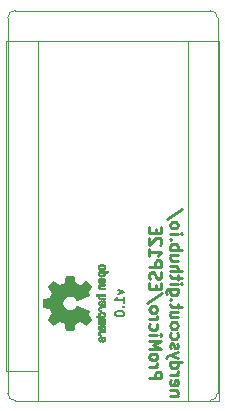
<source format=gbr>
%TF.GenerationSoftware,KiCad,Pcbnew,5.1.5+dfsg1-2~bpo10+1*%
%TF.CreationDate,Date%
%TF.ProjectId,ProMicro_ESP12E,50726f4d-6963-4726-9f5f-455350313245,v1.0*%
%TF.SameCoordinates,Original*%
%TF.FileFunction,Legend,Bot*%
%TF.FilePolarity,Positive*%
%FSLAX45Y45*%
G04 Gerber Fmt 4.5, Leading zero omitted, Abs format (unit mm)*
G04 Created by KiCad*
%MOMM*%
%LPD*%
G04 APERTURE LIST*
%ADD10C,0.200000*%
%ADD11C,0.250000*%
%ADD12C,0.100000*%
%ADD13C,0.010000*%
%ADD14C,0.120000*%
%ADD15O,1.600000X1.600000*%
%ADD16R,1.600000X1.600000*%
%ADD17O,1.700000X1.700000*%
%ADD18R,1.700000X1.700000*%
G04 APERTURE END LIST*
D10*
X808357Y812786D02*
X861690Y793738D01*
X808357Y774690D01*
X861690Y702310D02*
X861690Y748024D01*
X861690Y725167D02*
X781690Y725167D01*
X793119Y732786D01*
X800738Y740405D01*
X804548Y748024D01*
X854071Y668024D02*
X857881Y664214D01*
X861690Y668024D01*
X857881Y671833D01*
X854071Y668024D01*
X861690Y668024D01*
X781690Y614691D02*
X781690Y607072D01*
X785500Y599452D01*
X789309Y595643D01*
X796928Y591833D01*
X812167Y588024D01*
X831214Y588024D01*
X846452Y591833D01*
X854071Y595643D01*
X857881Y599452D01*
X861690Y607072D01*
X861690Y614691D01*
X857881Y622310D01*
X854071Y626119D01*
X846452Y629929D01*
X831214Y633738D01*
X812167Y633738D01*
X796928Y629929D01*
X789309Y626119D01*
X785500Y622310D01*
X781690Y614691D01*
D11*
X1315429Y-84833D02*
X1248762Y-84833D01*
X1305905Y-84833D02*
X1310667Y-80071D01*
X1315429Y-70548D01*
X1315429Y-56262D01*
X1310667Y-46738D01*
X1301143Y-41976D01*
X1248762Y-41976D01*
X1253524Y43738D02*
X1248762Y34214D01*
X1248762Y15167D01*
X1253524Y5643D01*
X1263048Y881D01*
X1301143Y881D01*
X1310667Y5643D01*
X1315429Y15167D01*
X1315429Y34214D01*
X1310667Y43738D01*
X1301143Y48500D01*
X1291619Y48500D01*
X1282095Y881D01*
X1248762Y91357D02*
X1315429Y91357D01*
X1296381Y91357D02*
X1305905Y96119D01*
X1310667Y100881D01*
X1315429Y110405D01*
X1315429Y119929D01*
X1248762Y196119D02*
X1348762Y196119D01*
X1253524Y196119D02*
X1248762Y186595D01*
X1248762Y167548D01*
X1253524Y158024D01*
X1258286Y153262D01*
X1267810Y148500D01*
X1296381Y148500D01*
X1305905Y153262D01*
X1310667Y158024D01*
X1315429Y167548D01*
X1315429Y186595D01*
X1310667Y196119D01*
X1315429Y234214D02*
X1248762Y258024D01*
X1315429Y281833D02*
X1248762Y258024D01*
X1224952Y248500D01*
X1220190Y243738D01*
X1215429Y234214D01*
X1253524Y315167D02*
X1248762Y324691D01*
X1248762Y343738D01*
X1253524Y353262D01*
X1263048Y358024D01*
X1267810Y358024D01*
X1277333Y353262D01*
X1282095Y343738D01*
X1282095Y329452D01*
X1286857Y319929D01*
X1296381Y315167D01*
X1301143Y315167D01*
X1310667Y319929D01*
X1315429Y329452D01*
X1315429Y343738D01*
X1310667Y353262D01*
X1253524Y443738D02*
X1248762Y434214D01*
X1248762Y415167D01*
X1253524Y405643D01*
X1258286Y400881D01*
X1267810Y396119D01*
X1296381Y396119D01*
X1305905Y400881D01*
X1310667Y405643D01*
X1315429Y415167D01*
X1315429Y434214D01*
X1310667Y443738D01*
X1248762Y500881D02*
X1253524Y491357D01*
X1258286Y486595D01*
X1267810Y481833D01*
X1296381Y481833D01*
X1305905Y486595D01*
X1310667Y491357D01*
X1315429Y500881D01*
X1315429Y515167D01*
X1310667Y524691D01*
X1305905Y529452D01*
X1296381Y534214D01*
X1267810Y534214D01*
X1258286Y529452D01*
X1253524Y524691D01*
X1248762Y515167D01*
X1248762Y500881D01*
X1315429Y619929D02*
X1248762Y619929D01*
X1315429Y577072D02*
X1263048Y577072D01*
X1253524Y581833D01*
X1248762Y591357D01*
X1248762Y605643D01*
X1253524Y615167D01*
X1258286Y619929D01*
X1315429Y653262D02*
X1315429Y691357D01*
X1348762Y667548D02*
X1263048Y667548D01*
X1253524Y672310D01*
X1248762Y681833D01*
X1248762Y691357D01*
X1258286Y724690D02*
X1253524Y729452D01*
X1248762Y724690D01*
X1253524Y719929D01*
X1258286Y724690D01*
X1248762Y724690D01*
X1315429Y815167D02*
X1234476Y815167D01*
X1224952Y810405D01*
X1220190Y805643D01*
X1215429Y796119D01*
X1215429Y781833D01*
X1220190Y772310D01*
X1253524Y815167D02*
X1248762Y805643D01*
X1248762Y786595D01*
X1253524Y777071D01*
X1258286Y772310D01*
X1267810Y767548D01*
X1296381Y767548D01*
X1305905Y772310D01*
X1310667Y777071D01*
X1315429Y786595D01*
X1315429Y805643D01*
X1310667Y815167D01*
X1248762Y862786D02*
X1315429Y862786D01*
X1348762Y862786D02*
X1344000Y858024D01*
X1339238Y862786D01*
X1344000Y867548D01*
X1348762Y862786D01*
X1339238Y862786D01*
X1315429Y896119D02*
X1315429Y934214D01*
X1348762Y910405D02*
X1263048Y910405D01*
X1253524Y915167D01*
X1248762Y924690D01*
X1248762Y934214D01*
X1248762Y967548D02*
X1348762Y967548D01*
X1248762Y1010405D02*
X1301143Y1010405D01*
X1310667Y1005643D01*
X1315429Y996119D01*
X1315429Y981833D01*
X1310667Y972310D01*
X1305905Y967548D01*
X1315429Y1100881D02*
X1248762Y1100881D01*
X1315429Y1058024D02*
X1263048Y1058024D01*
X1253524Y1062786D01*
X1248762Y1072310D01*
X1248762Y1086595D01*
X1253524Y1096119D01*
X1258286Y1100881D01*
X1248762Y1148500D02*
X1348762Y1148500D01*
X1310667Y1148500D02*
X1315429Y1158024D01*
X1315429Y1177072D01*
X1310667Y1186595D01*
X1305905Y1191357D01*
X1296381Y1196119D01*
X1267810Y1196119D01*
X1258286Y1191357D01*
X1253524Y1186595D01*
X1248762Y1177072D01*
X1248762Y1158024D01*
X1253524Y1148500D01*
X1258286Y1238976D02*
X1253524Y1243738D01*
X1248762Y1238976D01*
X1253524Y1234214D01*
X1258286Y1238976D01*
X1248762Y1238976D01*
X1248762Y1286595D02*
X1315429Y1286595D01*
X1348762Y1286595D02*
X1344000Y1281833D01*
X1339238Y1286595D01*
X1344000Y1291357D01*
X1348762Y1286595D01*
X1339238Y1286595D01*
X1248762Y1348500D02*
X1253524Y1338976D01*
X1258286Y1334214D01*
X1267810Y1329452D01*
X1296381Y1329452D01*
X1305905Y1334214D01*
X1310667Y1338976D01*
X1315429Y1348500D01*
X1315429Y1362786D01*
X1310667Y1372310D01*
X1305905Y1377072D01*
X1296381Y1381833D01*
X1267810Y1381833D01*
X1258286Y1377072D01*
X1253524Y1372310D01*
X1248762Y1362786D01*
X1248762Y1348500D01*
X1353524Y1496119D02*
X1224952Y1410405D01*
X1073762Y60405D02*
X1173762Y60405D01*
X1173762Y98500D01*
X1169000Y108024D01*
X1164238Y112786D01*
X1154714Y117548D01*
X1140429Y117548D01*
X1130905Y112786D01*
X1126143Y108024D01*
X1121381Y98500D01*
X1121381Y60405D01*
X1073762Y160405D02*
X1140429Y160405D01*
X1121381Y160405D02*
X1130905Y165167D01*
X1135667Y169929D01*
X1140429Y179452D01*
X1140429Y188976D01*
X1073762Y236595D02*
X1078524Y227071D01*
X1083286Y222310D01*
X1092810Y217548D01*
X1121381Y217548D01*
X1130905Y222310D01*
X1135667Y227071D01*
X1140429Y236595D01*
X1140429Y250881D01*
X1135667Y260405D01*
X1130905Y265167D01*
X1121381Y269929D01*
X1092810Y269929D01*
X1083286Y265167D01*
X1078524Y260405D01*
X1073762Y250881D01*
X1073762Y236595D01*
X1073762Y312786D02*
X1173762Y312786D01*
X1102333Y346119D01*
X1173762Y379452D01*
X1073762Y379452D01*
X1073762Y427071D02*
X1140429Y427071D01*
X1173762Y427071D02*
X1169000Y422310D01*
X1164238Y427071D01*
X1169000Y431833D01*
X1173762Y427071D01*
X1164238Y427071D01*
X1078524Y517548D02*
X1073762Y508024D01*
X1073762Y488976D01*
X1078524Y479452D01*
X1083286Y474690D01*
X1092810Y469929D01*
X1121381Y469929D01*
X1130905Y474690D01*
X1135667Y479452D01*
X1140429Y488976D01*
X1140429Y508024D01*
X1135667Y517548D01*
X1073762Y560405D02*
X1140429Y560405D01*
X1121381Y560405D02*
X1130905Y565167D01*
X1135667Y569929D01*
X1140429Y579452D01*
X1140429Y588976D01*
X1073762Y636595D02*
X1078524Y627072D01*
X1083286Y622310D01*
X1092810Y617548D01*
X1121381Y617548D01*
X1130905Y622310D01*
X1135667Y627072D01*
X1140429Y636595D01*
X1140429Y650881D01*
X1135667Y660405D01*
X1130905Y665167D01*
X1121381Y669929D01*
X1092810Y669929D01*
X1083286Y665167D01*
X1078524Y660405D01*
X1073762Y650881D01*
X1073762Y636595D01*
X1178524Y784214D02*
X1049952Y698500D01*
X1126143Y817548D02*
X1126143Y850881D01*
X1073762Y865167D02*
X1073762Y817548D01*
X1173762Y817548D01*
X1173762Y865167D01*
X1078524Y903262D02*
X1073762Y917548D01*
X1073762Y941357D01*
X1078524Y950881D01*
X1083286Y955643D01*
X1092810Y960405D01*
X1102333Y960405D01*
X1111857Y955643D01*
X1116619Y950881D01*
X1121381Y941357D01*
X1126143Y922310D01*
X1130905Y912786D01*
X1135667Y908024D01*
X1145190Y903262D01*
X1154714Y903262D01*
X1164238Y908024D01*
X1169000Y912786D01*
X1173762Y922310D01*
X1173762Y946119D01*
X1169000Y960405D01*
X1073762Y1003262D02*
X1173762Y1003262D01*
X1173762Y1041357D01*
X1169000Y1050881D01*
X1164238Y1055643D01*
X1154714Y1060405D01*
X1140429Y1060405D01*
X1130905Y1055643D01*
X1126143Y1050881D01*
X1121381Y1041357D01*
X1121381Y1003262D01*
X1073762Y1155643D02*
X1073762Y1098500D01*
X1073762Y1127072D02*
X1173762Y1127072D01*
X1159476Y1117548D01*
X1149952Y1108024D01*
X1145190Y1098500D01*
X1164238Y1193738D02*
X1169000Y1198500D01*
X1173762Y1208024D01*
X1173762Y1231833D01*
X1169000Y1241357D01*
X1164238Y1246119D01*
X1154714Y1250881D01*
X1145190Y1250881D01*
X1130905Y1246119D01*
X1073762Y1188976D01*
X1073762Y1250881D01*
X1126143Y1293738D02*
X1126143Y1327072D01*
X1073762Y1341357D02*
X1073762Y1293738D01*
X1173762Y1293738D01*
X1173762Y1341357D01*
D12*
X-63500Y3175000D02*
G75*
G03X-127000Y3111500I0J-63500D01*
G01*
X1651000Y3111500D02*
G75*
G03X1587500Y3175000I-63500J0D01*
G01*
X1587500Y-127000D02*
G75*
G03X1651000Y-63500I0J63500D01*
G01*
X-127000Y-63500D02*
G75*
G03X-63500Y-127000I63500J0D01*
G01*
X-127000Y3111500D02*
X-127000Y-63500D01*
X1587500Y3175000D02*
X-63500Y3175000D01*
X1651000Y-63500D02*
X1651000Y3111500D01*
X-63500Y-127000D02*
X1587500Y-127000D01*
D13*
G36*
X168735Y688109D02*
G01*
X168778Y680255D01*
X168894Y674570D01*
X169121Y670690D01*
X169494Y668246D01*
X170051Y666874D01*
X170827Y666206D01*
X171861Y665876D01*
X171994Y665844D01*
X174408Y665344D01*
X179170Y664417D01*
X185774Y663161D01*
X193713Y661671D01*
X202480Y660045D01*
X202787Y659988D01*
X211379Y658359D01*
X218970Y656835D01*
X225104Y655514D01*
X229328Y654495D01*
X231185Y653875D01*
X231218Y653846D01*
X232125Y652021D01*
X233637Y648260D01*
X235426Y643373D01*
X235436Y643346D01*
X237749Y637191D01*
X240696Y629934D01*
X243660Y623094D01*
X243806Y622771D01*
X248863Y611630D01*
X232016Y586960D01*
X226880Y579392D01*
X222289Y572537D01*
X218503Y566791D01*
X215784Y562552D01*
X214392Y560218D01*
X214289Y559996D01*
X214748Y558299D01*
X216965Y555130D01*
X221045Y550365D01*
X227090Y543880D01*
X233523Y537260D01*
X239861Y530879D01*
X245645Y525167D01*
X250517Y520469D01*
X254121Y517130D01*
X256098Y515491D01*
X256200Y515431D01*
X257557Y515249D01*
X259773Y515932D01*
X263148Y517646D01*
X267980Y520561D01*
X274569Y524845D01*
X283052Y530555D01*
X290518Y535623D01*
X297214Y540154D01*
X302752Y543885D01*
X306742Y546555D01*
X308796Y547902D01*
X308936Y547986D01*
X310904Y547822D01*
X314729Y546576D01*
X319689Y544495D01*
X321273Y543754D01*
X328329Y540519D01*
X336335Y537067D01*
X343263Y534264D01*
X348405Y532243D01*
X352312Y530639D01*
X354354Y529711D01*
X354511Y529596D01*
X354772Y527890D01*
X355486Y523870D01*
X356552Y518070D01*
X357868Y511024D01*
X359333Y503266D01*
X360845Y495333D01*
X362302Y487757D01*
X363602Y481074D01*
X364644Y475817D01*
X365327Y472522D01*
X365520Y471714D01*
X365996Y470879D01*
X367072Y470249D01*
X369110Y469795D01*
X372473Y469490D01*
X377525Y469303D01*
X384629Y469208D01*
X394148Y469176D01*
X398049Y469174D01*
X429780Y469174D01*
X431284Y476794D01*
X432099Y481034D01*
X433290Y487360D01*
X434712Y495004D01*
X436221Y503196D01*
X436635Y505460D01*
X438105Y513019D01*
X439550Y519605D01*
X440837Y524663D01*
X441832Y527643D01*
X442129Y528139D01*
X444228Y529357D01*
X448297Y531105D01*
X453532Y533042D01*
X454660Y533427D01*
X461652Y535966D01*
X469542Y539118D01*
X476627Y542203D01*
X476659Y542218D01*
X487773Y547355D01*
X512625Y530460D01*
X537477Y513565D01*
X559206Y535257D01*
X565673Y541818D01*
X571373Y547802D01*
X576003Y552873D01*
X579258Y556695D01*
X580834Y558933D01*
X580934Y559253D01*
X580147Y561137D01*
X577958Y564982D01*
X574627Y570367D01*
X570413Y576872D01*
X565694Y583906D01*
X560881Y591045D01*
X556693Y597409D01*
X553387Y602596D01*
X551222Y606201D01*
X550454Y607813D01*
X551104Y609781D01*
X552815Y613513D01*
X555233Y618238D01*
X555501Y618739D01*
X558693Y625102D01*
X560258Y629466D01*
X560275Y632180D01*
X558820Y633594D01*
X558800Y633603D01*
X557078Y634310D01*
X552990Y635996D01*
X546853Y638531D01*
X538982Y641783D01*
X529695Y645622D01*
X519307Y649918D01*
X509250Y654078D01*
X498152Y658650D01*
X487870Y662847D01*
X478721Y666545D01*
X471020Y669617D01*
X465081Y671938D01*
X461221Y673381D01*
X459780Y673826D01*
X458127Y672710D01*
X455493Y669793D01*
X452589Y665903D01*
X443404Y654824D01*
X432876Y646165D01*
X421227Y640028D01*
X408678Y636519D01*
X395451Y635739D01*
X389346Y636306D01*
X376679Y639392D01*
X365494Y644708D01*
X355900Y651923D01*
X348008Y660708D01*
X341927Y670734D01*
X337769Y681669D01*
X335643Y693185D01*
X335660Y704952D01*
X337930Y716641D01*
X342564Y727921D01*
X349671Y738463D01*
X353691Y742863D01*
X364013Y751302D01*
X375292Y757178D01*
X387201Y760530D01*
X399409Y761396D01*
X411589Y759818D01*
X423412Y755832D01*
X434547Y749479D01*
X444668Y740798D01*
X452589Y731097D01*
X455616Y727056D01*
X458222Y724202D01*
X459782Y723174D01*
X461484Y723712D01*
X465550Y725242D01*
X471664Y727639D01*
X479512Y730776D01*
X488778Y734527D01*
X499147Y738767D01*
X509253Y742934D01*
X520361Y747531D01*
X530654Y751789D01*
X539817Y755578D01*
X547532Y758766D01*
X553483Y761223D01*
X557354Y762818D01*
X558800Y763409D01*
X560269Y764805D01*
X560264Y767506D01*
X558710Y771859D01*
X555528Y778211D01*
X555501Y778261D01*
X553032Y783044D01*
X551234Y786910D01*
X550461Y789090D01*
X550454Y789187D01*
X551238Y790828D01*
X553417Y794451D01*
X556733Y799653D01*
X560929Y806027D01*
X565694Y813094D01*
X570519Y820288D01*
X574715Y826773D01*
X578023Y832126D01*
X580182Y835930D01*
X580934Y837747D01*
X579946Y839419D01*
X577183Y842782D01*
X572950Y847499D01*
X567551Y853234D01*
X561290Y859652D01*
X559198Y861750D01*
X537462Y883450D01*
X513222Y866933D01*
X505778Y861914D01*
X499097Y857508D01*
X493566Y853964D01*
X489573Y851528D01*
X487504Y850448D01*
X487356Y850416D01*
X485406Y850986D01*
X481482Y852517D01*
X476243Y854746D01*
X472735Y856311D01*
X466020Y859236D01*
X459236Y861991D01*
X453503Y864126D01*
X451757Y864706D01*
X447094Y866355D01*
X443490Y867966D01*
X442129Y868851D01*
X441295Y870804D01*
X440114Y875067D01*
X438718Y881085D01*
X437242Y888308D01*
X436635Y891540D01*
X435127Y899748D01*
X433667Y907620D01*
X432398Y914389D01*
X431464Y919284D01*
X431284Y920206D01*
X429780Y927826D01*
X398049Y927826D01*
X387615Y927809D01*
X379721Y927738D01*
X374004Y927587D01*
X370100Y927325D01*
X367646Y926925D01*
X366280Y926359D01*
X365639Y925598D01*
X365520Y925286D01*
X365098Y923402D01*
X364256Y919241D01*
X363096Y913337D01*
X361719Y906224D01*
X360228Y898437D01*
X358723Y890511D01*
X357307Y882980D01*
X356081Y876379D01*
X355146Y871241D01*
X354605Y868102D01*
X354511Y867404D01*
X353260Y866771D01*
X349925Y865371D01*
X345138Y863464D01*
X343263Y862737D01*
X336020Y859800D01*
X328017Y856343D01*
X321273Y853246D01*
X316116Y850968D01*
X311879Y849452D01*
X309283Y848946D01*
X308936Y849026D01*
X307294Y850096D01*
X303642Y852538D01*
X298369Y856090D01*
X291864Y860491D01*
X284515Y865478D01*
X283065Y866464D01*
X274470Y872251D01*
X267926Y876504D01*
X263130Y879395D01*
X259782Y881091D01*
X257579Y881763D01*
X256222Y881581D01*
X256213Y881576D01*
X254430Y880141D01*
X250982Y876968D01*
X246227Y872399D01*
X240522Y866780D01*
X234225Y860453D01*
X233523Y859740D01*
X225802Y851767D01*
X220133Y845614D01*
X216411Y841158D01*
X214531Y838274D01*
X214289Y837004D01*
X215347Y835151D01*
X217792Y831304D01*
X221361Y825861D01*
X225795Y819220D01*
X230831Y811777D01*
X232016Y810040D01*
X248863Y785370D01*
X243806Y774229D01*
X240859Y767454D01*
X237896Y760182D01*
X235533Y753930D01*
X235436Y753654D01*
X233646Y748764D01*
X232132Y744994D01*
X231221Y743157D01*
X231218Y743154D01*
X229572Y742571D01*
X225522Y741581D01*
X219524Y740280D01*
X212034Y738769D01*
X203506Y737145D01*
X202787Y737012D01*
X194001Y735382D01*
X186026Y733887D01*
X179368Y732621D01*
X174535Y731681D01*
X172033Y731165D01*
X171994Y731156D01*
X170930Y730841D01*
X170126Y730230D01*
X169547Y728955D01*
X169155Y726650D01*
X168914Y722949D01*
X168787Y717486D01*
X168737Y709893D01*
X168729Y699806D01*
X168729Y698500D01*
X168735Y688109D01*
G37*
X168735Y688109D02*
X168778Y680255D01*
X168894Y674570D01*
X169121Y670690D01*
X169494Y668246D01*
X170051Y666874D01*
X170827Y666206D01*
X171861Y665876D01*
X171994Y665844D01*
X174408Y665344D01*
X179170Y664417D01*
X185774Y663161D01*
X193713Y661671D01*
X202480Y660045D01*
X202787Y659988D01*
X211379Y658359D01*
X218970Y656835D01*
X225104Y655514D01*
X229328Y654495D01*
X231185Y653875D01*
X231218Y653846D01*
X232125Y652021D01*
X233637Y648260D01*
X235426Y643373D01*
X235436Y643346D01*
X237749Y637191D01*
X240696Y629934D01*
X243660Y623094D01*
X243806Y622771D01*
X248863Y611630D01*
X232016Y586960D01*
X226880Y579392D01*
X222289Y572537D01*
X218503Y566791D01*
X215784Y562552D01*
X214392Y560218D01*
X214289Y559996D01*
X214748Y558299D01*
X216965Y555130D01*
X221045Y550365D01*
X227090Y543880D01*
X233523Y537260D01*
X239861Y530879D01*
X245645Y525167D01*
X250517Y520469D01*
X254121Y517130D01*
X256098Y515491D01*
X256200Y515431D01*
X257557Y515249D01*
X259773Y515932D01*
X263148Y517646D01*
X267980Y520561D01*
X274569Y524845D01*
X283052Y530555D01*
X290518Y535623D01*
X297214Y540154D01*
X302752Y543885D01*
X306742Y546555D01*
X308796Y547902D01*
X308936Y547986D01*
X310904Y547822D01*
X314729Y546576D01*
X319689Y544495D01*
X321273Y543754D01*
X328329Y540519D01*
X336335Y537067D01*
X343263Y534264D01*
X348405Y532243D01*
X352312Y530639D01*
X354354Y529711D01*
X354511Y529596D01*
X354772Y527890D01*
X355486Y523870D01*
X356552Y518070D01*
X357868Y511024D01*
X359333Y503266D01*
X360845Y495333D01*
X362302Y487757D01*
X363602Y481074D01*
X364644Y475817D01*
X365327Y472522D01*
X365520Y471714D01*
X365996Y470879D01*
X367072Y470249D01*
X369110Y469795D01*
X372473Y469490D01*
X377525Y469303D01*
X384629Y469208D01*
X394148Y469176D01*
X398049Y469174D01*
X429780Y469174D01*
X431284Y476794D01*
X432099Y481034D01*
X433290Y487360D01*
X434712Y495004D01*
X436221Y503196D01*
X436635Y505460D01*
X438105Y513019D01*
X439550Y519605D01*
X440837Y524663D01*
X441832Y527643D01*
X442129Y528139D01*
X444228Y529357D01*
X448297Y531105D01*
X453532Y533042D01*
X454660Y533427D01*
X461652Y535966D01*
X469542Y539118D01*
X476627Y542203D01*
X476659Y542218D01*
X487773Y547355D01*
X512625Y530460D01*
X537477Y513565D01*
X559206Y535257D01*
X565673Y541818D01*
X571373Y547802D01*
X576003Y552873D01*
X579258Y556695D01*
X580834Y558933D01*
X580934Y559253D01*
X580147Y561137D01*
X577958Y564982D01*
X574627Y570367D01*
X570413Y576872D01*
X565694Y583906D01*
X560881Y591045D01*
X556693Y597409D01*
X553387Y602596D01*
X551222Y606201D01*
X550454Y607813D01*
X551104Y609781D01*
X552815Y613513D01*
X555233Y618238D01*
X555501Y618739D01*
X558693Y625102D01*
X560258Y629466D01*
X560275Y632180D01*
X558820Y633594D01*
X558800Y633603D01*
X557078Y634310D01*
X552990Y635996D01*
X546853Y638531D01*
X538982Y641783D01*
X529695Y645622D01*
X519307Y649918D01*
X509250Y654078D01*
X498152Y658650D01*
X487870Y662847D01*
X478721Y666545D01*
X471020Y669617D01*
X465081Y671938D01*
X461221Y673381D01*
X459780Y673826D01*
X458127Y672710D01*
X455493Y669793D01*
X452589Y665903D01*
X443404Y654824D01*
X432876Y646165D01*
X421227Y640028D01*
X408678Y636519D01*
X395451Y635739D01*
X389346Y636306D01*
X376679Y639392D01*
X365494Y644708D01*
X355900Y651923D01*
X348008Y660708D01*
X341927Y670734D01*
X337769Y681669D01*
X335643Y693185D01*
X335660Y704952D01*
X337930Y716641D01*
X342564Y727921D01*
X349671Y738463D01*
X353691Y742863D01*
X364013Y751302D01*
X375292Y757178D01*
X387201Y760530D01*
X399409Y761396D01*
X411589Y759818D01*
X423412Y755832D01*
X434547Y749479D01*
X444668Y740798D01*
X452589Y731097D01*
X455616Y727056D01*
X458222Y724202D01*
X459782Y723174D01*
X461484Y723712D01*
X465550Y725242D01*
X471664Y727639D01*
X479512Y730776D01*
X488778Y734527D01*
X499147Y738767D01*
X509253Y742934D01*
X520361Y747531D01*
X530654Y751789D01*
X539817Y755578D01*
X547532Y758766D01*
X553483Y761223D01*
X557354Y762818D01*
X558800Y763409D01*
X560269Y764805D01*
X560264Y767506D01*
X558710Y771859D01*
X555528Y778211D01*
X555501Y778261D01*
X553032Y783044D01*
X551234Y786910D01*
X550461Y789090D01*
X550454Y789187D01*
X551238Y790828D01*
X553417Y794451D01*
X556733Y799653D01*
X560929Y806027D01*
X565694Y813094D01*
X570519Y820288D01*
X574715Y826773D01*
X578023Y832126D01*
X580182Y835930D01*
X580934Y837747D01*
X579946Y839419D01*
X577183Y842782D01*
X572950Y847499D01*
X567551Y853234D01*
X561290Y859652D01*
X559198Y861750D01*
X537462Y883450D01*
X513222Y866933D01*
X505778Y861914D01*
X499097Y857508D01*
X493566Y853964D01*
X489573Y851528D01*
X487504Y850448D01*
X487356Y850416D01*
X485406Y850986D01*
X481482Y852517D01*
X476243Y854746D01*
X472735Y856311D01*
X466020Y859236D01*
X459236Y861991D01*
X453503Y864126D01*
X451757Y864706D01*
X447094Y866355D01*
X443490Y867966D01*
X442129Y868851D01*
X441295Y870804D01*
X440114Y875067D01*
X438718Y881085D01*
X437242Y888308D01*
X436635Y891540D01*
X435127Y899748D01*
X433667Y907620D01*
X432398Y914389D01*
X431464Y919284D01*
X431284Y920206D01*
X429780Y927826D01*
X398049Y927826D01*
X387615Y927809D01*
X379721Y927738D01*
X374004Y927587D01*
X370100Y927325D01*
X367646Y926925D01*
X366280Y926359D01*
X365639Y925598D01*
X365520Y925286D01*
X365098Y923402D01*
X364256Y919241D01*
X363096Y913337D01*
X361719Y906224D01*
X360228Y898437D01*
X358723Y890511D01*
X357307Y882980D01*
X356081Y876379D01*
X355146Y871241D01*
X354605Y868102D01*
X354511Y867404D01*
X353260Y866771D01*
X349925Y865371D01*
X345138Y863464D01*
X343263Y862737D01*
X336020Y859800D01*
X328017Y856343D01*
X321273Y853246D01*
X316116Y850968D01*
X311879Y849452D01*
X309283Y848946D01*
X308936Y849026D01*
X307294Y850096D01*
X303642Y852538D01*
X298369Y856090D01*
X291864Y860491D01*
X284515Y865478D01*
X283065Y866464D01*
X274470Y872251D01*
X267926Y876504D01*
X263130Y879395D01*
X259782Y881091D01*
X257579Y881763D01*
X256222Y881581D01*
X256213Y881576D01*
X254430Y880141D01*
X250982Y876968D01*
X246227Y872399D01*
X240522Y866780D01*
X234225Y860453D01*
X233523Y859740D01*
X225802Y851767D01*
X220133Y845614D01*
X216411Y841158D01*
X214531Y838274D01*
X214289Y837004D01*
X215347Y835151D01*
X217792Y831304D01*
X221361Y825861D01*
X225795Y819220D01*
X230831Y811777D01*
X232016Y810040D01*
X248863Y785370D01*
X243806Y774229D01*
X240859Y767454D01*
X237896Y760182D01*
X235533Y753930D01*
X235436Y753654D01*
X233646Y748764D01*
X232132Y744994D01*
X231221Y743157D01*
X231218Y743154D01*
X229572Y742571D01*
X225522Y741581D01*
X219524Y740280D01*
X212034Y738769D01*
X203506Y737145D01*
X202787Y737012D01*
X194001Y735382D01*
X186026Y733887D01*
X179368Y732621D01*
X174535Y731681D01*
X172033Y731165D01*
X171994Y731156D01*
X170930Y730841D01*
X170126Y730230D01*
X169547Y728955D01*
X169155Y726650D01*
X168914Y722949D01*
X168787Y717486D01*
X168737Y709893D01*
X168729Y699806D01*
X168729Y698500D01*
X168735Y688109D01*
G36*
X641197Y383140D02*
G01*
X644950Y377398D01*
X648310Y374628D01*
X654406Y372434D01*
X659231Y372259D01*
X665682Y372654D01*
X672193Y387531D01*
X675520Y394765D01*
X678196Y399492D01*
X680514Y401949D01*
X682767Y402376D01*
X685246Y401011D01*
X686889Y399506D01*
X689524Y395125D01*
X689708Y390361D01*
X687655Y385985D01*
X683575Y382771D01*
X682135Y382196D01*
X677636Y379442D01*
X675718Y376274D01*
X674078Y371929D01*
X680297Y371929D01*
X684528Y372313D01*
X688097Y373818D01*
X692194Y376972D01*
X692727Y377441D01*
X696372Y380949D01*
X698328Y383965D01*
X699228Y387738D01*
X699523Y390866D01*
X699596Y396461D01*
X698666Y400444D01*
X697285Y402929D01*
X694247Y406834D01*
X690961Y409537D01*
X686829Y411248D01*
X681252Y412176D01*
X673631Y412531D01*
X669762Y412559D01*
X665125Y412463D01*
X665125Y403699D01*
X667613Y403598D01*
X668020Y403344D01*
X667467Y401673D01*
X666002Y398075D01*
X663919Y393267D01*
X663471Y392261D01*
X660381Y386185D01*
X657666Y382837D01*
X655122Y382101D01*
X652548Y383861D01*
X651411Y385314D01*
X649136Y390559D01*
X649512Y395468D01*
X652288Y399577D01*
X657215Y402424D01*
X661126Y403337D01*
X665125Y403699D01*
X665125Y412463D01*
X660725Y412371D01*
X654038Y411680D01*
X649170Y410312D01*
X645585Y408090D01*
X642751Y404843D01*
X641836Y403427D01*
X639451Y396995D01*
X639301Y389953D01*
X641197Y383140D01*
G37*
X641197Y383140D02*
X644950Y377398D01*
X648310Y374628D01*
X654406Y372434D01*
X659231Y372259D01*
X665682Y372654D01*
X672193Y387531D01*
X675520Y394765D01*
X678196Y399492D01*
X680514Y401949D01*
X682767Y402376D01*
X685246Y401011D01*
X686889Y399506D01*
X689524Y395125D01*
X689708Y390361D01*
X687655Y385985D01*
X683575Y382771D01*
X682135Y382196D01*
X677636Y379442D01*
X675718Y376274D01*
X674078Y371929D01*
X680297Y371929D01*
X684528Y372313D01*
X688097Y373818D01*
X692194Y376972D01*
X692727Y377441D01*
X696372Y380949D01*
X698328Y383965D01*
X699228Y387738D01*
X699523Y390866D01*
X699596Y396461D01*
X698666Y400444D01*
X697285Y402929D01*
X694247Y406834D01*
X690961Y409537D01*
X686829Y411248D01*
X681252Y412176D01*
X673631Y412531D01*
X669762Y412559D01*
X665125Y412463D01*
X665125Y403699D01*
X667613Y403598D01*
X668020Y403344D01*
X667467Y401673D01*
X666002Y398075D01*
X663919Y393267D01*
X663471Y392261D01*
X660381Y386185D01*
X657666Y382837D01*
X655122Y382101D01*
X652548Y383861D01*
X651411Y385314D01*
X649136Y390559D01*
X649512Y395468D01*
X652288Y399577D01*
X657215Y402424D01*
X661126Y403337D01*
X665125Y403699D01*
X665125Y412463D01*
X660725Y412371D01*
X654038Y411680D01*
X649170Y410312D01*
X645585Y408090D01*
X642751Y404843D01*
X641836Y403427D01*
X639451Y396995D01*
X639301Y389953D01*
X641197Y383140D01*
G36*
X640375Y433240D02*
G01*
X641133Y431505D01*
X644413Y427364D01*
X649155Y423823D01*
X654215Y421634D01*
X656710Y421277D01*
X660193Y422472D01*
X662036Y425093D01*
X663152Y427904D01*
X663357Y429190D01*
X661865Y429817D01*
X658618Y431054D01*
X657150Y431597D01*
X652074Y434641D01*
X649543Y439048D01*
X649621Y444699D01*
X649720Y445117D01*
X651151Y448134D01*
X653939Y450352D01*
X658429Y451867D01*
X664962Y452775D01*
X673880Y453171D01*
X678626Y453209D01*
X686107Y453227D01*
X691207Y453348D01*
X694447Y453669D01*
X696350Y454289D01*
X697436Y455306D01*
X698227Y456818D01*
X698267Y456905D01*
X699498Y459817D01*
X699951Y461260D01*
X698581Y461481D01*
X694793Y461671D01*
X689072Y461815D01*
X681903Y461900D01*
X676657Y461917D01*
X666505Y461831D01*
X658803Y461493D01*
X653102Y460786D01*
X648953Y459591D01*
X645904Y457791D01*
X643508Y455267D01*
X641836Y452775D01*
X639610Y446783D01*
X639108Y439809D01*
X640375Y433240D01*
G37*
X640375Y433240D02*
X641133Y431505D01*
X644413Y427364D01*
X649155Y423823D01*
X654215Y421634D01*
X656710Y421277D01*
X660193Y422472D01*
X662036Y425093D01*
X663152Y427904D01*
X663357Y429190D01*
X661865Y429817D01*
X658618Y431054D01*
X657150Y431597D01*
X652074Y434641D01*
X649543Y439048D01*
X649621Y444699D01*
X649720Y445117D01*
X651151Y448134D01*
X653939Y450352D01*
X658429Y451867D01*
X664962Y452775D01*
X673880Y453171D01*
X678626Y453209D01*
X686107Y453227D01*
X691207Y453348D01*
X694447Y453669D01*
X696350Y454289D01*
X697436Y455306D01*
X698227Y456818D01*
X698267Y456905D01*
X699498Y459817D01*
X699951Y461260D01*
X698581Y461481D01*
X694793Y461671D01*
X689072Y461815D01*
X681903Y461900D01*
X676657Y461917D01*
X666505Y461831D01*
X658803Y461493D01*
X653102Y460786D01*
X648953Y459591D01*
X645904Y457791D01*
X643508Y455267D01*
X641836Y452775D01*
X639610Y446783D01*
X639108Y439809D01*
X640375Y433240D01*
G36*
X640134Y484012D02*
G01*
X642034Y479833D01*
X644338Y476553D01*
X646913Y474150D01*
X650236Y472490D01*
X654780Y471442D01*
X661021Y470873D01*
X669433Y470649D01*
X674972Y470626D01*
X696583Y470626D01*
X698267Y474323D01*
X699498Y477234D01*
X699951Y478677D01*
X698603Y478953D01*
X694965Y479172D01*
X689654Y479306D01*
X685437Y479334D01*
X679345Y479457D01*
X674512Y479786D01*
X671552Y480268D01*
X670923Y480650D01*
X671565Y483222D01*
X673213Y487258D01*
X675446Y491932D01*
X677846Y496415D01*
X679993Y499881D01*
X681469Y501500D01*
X681485Y501506D01*
X684215Y501367D01*
X686822Y500118D01*
X688939Y497926D01*
X689647Y494726D01*
X689565Y491991D01*
X689504Y488117D01*
X690412Y486084D01*
X692809Y484863D01*
X693261Y484709D01*
X696681Y484180D01*
X698757Y485595D01*
X699746Y489285D01*
X699929Y493271D01*
X698573Y500444D01*
X696636Y504157D01*
X692085Y508742D01*
X686498Y511174D01*
X680596Y511393D01*
X675095Y509337D01*
X671649Y506245D01*
X669719Y503158D01*
X667276Y498306D01*
X664799Y492651D01*
X664420Y491709D01*
X661679Y485498D01*
X659263Y481918D01*
X656862Y480766D01*
X654164Y481842D01*
X652054Y483689D01*
X649457Y488053D01*
X649262Y492855D01*
X651264Y497259D01*
X655255Y500429D01*
X656285Y500845D01*
X660072Y503267D01*
X662884Y506803D01*
X665192Y511266D01*
X658649Y511266D01*
X654651Y511003D01*
X651500Y509877D01*
X648138Y507380D01*
X645548Y504983D01*
X641882Y501256D01*
X639912Y498360D01*
X639122Y495249D01*
X638991Y491729D01*
X640134Y484012D01*
G37*
X640134Y484012D02*
X642034Y479833D01*
X644338Y476553D01*
X646913Y474150D01*
X650236Y472490D01*
X654780Y471442D01*
X661021Y470873D01*
X669433Y470649D01*
X674972Y470626D01*
X696583Y470626D01*
X698267Y474323D01*
X699498Y477234D01*
X699951Y478677D01*
X698603Y478953D01*
X694965Y479172D01*
X689654Y479306D01*
X685437Y479334D01*
X679345Y479457D01*
X674512Y479786D01*
X671552Y480268D01*
X670923Y480650D01*
X671565Y483222D01*
X673213Y487258D01*
X675446Y491932D01*
X677846Y496415D01*
X679993Y499881D01*
X681469Y501500D01*
X681485Y501506D01*
X684215Y501367D01*
X686822Y500118D01*
X688939Y497926D01*
X689647Y494726D01*
X689565Y491991D01*
X689504Y488117D01*
X690412Y486084D01*
X692809Y484863D01*
X693261Y484709D01*
X696681Y484180D01*
X698757Y485595D01*
X699746Y489285D01*
X699929Y493271D01*
X698573Y500444D01*
X696636Y504157D01*
X692085Y508742D01*
X686498Y511174D01*
X680596Y511393D01*
X675095Y509337D01*
X671649Y506245D01*
X669719Y503158D01*
X667276Y498306D01*
X664799Y492651D01*
X664420Y491709D01*
X661679Y485498D01*
X659263Y481918D01*
X656862Y480766D01*
X654164Y481842D01*
X652054Y483689D01*
X649457Y488053D01*
X649262Y492855D01*
X651264Y497259D01*
X655255Y500429D01*
X656285Y500845D01*
X660072Y503267D01*
X662884Y506803D01*
X665192Y511266D01*
X658649Y511266D01*
X654651Y511003D01*
X651500Y509877D01*
X648138Y507380D01*
X645548Y504983D01*
X641882Y501256D01*
X639912Y498360D01*
X639122Y495249D01*
X638991Y491729D01*
X640134Y484012D01*
G36*
X640366Y520517D02*
G01*
X644185Y520295D01*
X649989Y520122D01*
X657318Y520010D01*
X665006Y519974D01*
X691020Y519974D01*
X695613Y524567D01*
X698443Y527733D01*
X699589Y530511D01*
X699517Y534309D01*
X699332Y535816D01*
X698795Y540527D01*
X698487Y544424D01*
X698459Y545374D01*
X698645Y548577D01*
X699111Y553157D01*
X699332Y554933D01*
X699673Y559294D01*
X698932Y562226D01*
X696643Y565132D01*
X695613Y566181D01*
X691020Y570774D01*
X642360Y570774D01*
X640676Y567077D01*
X639428Y563894D01*
X638991Y562032D01*
X640372Y561554D01*
X644229Y561108D01*
X650136Y560723D01*
X657666Y560428D01*
X664029Y560286D01*
X689066Y559889D01*
X689556Y556424D01*
X689213Y553273D01*
X688104Y551729D01*
X686031Y551298D01*
X681615Y550929D01*
X675415Y550653D01*
X667991Y550499D01*
X664171Y550477D01*
X642178Y550454D01*
X640585Y545883D01*
X639502Y542648D01*
X638996Y540889D01*
X638991Y540838D01*
X640365Y540661D01*
X644173Y540467D01*
X649948Y540272D01*
X657223Y540092D01*
X664029Y539966D01*
X689066Y539569D01*
X689066Y530860D01*
X666224Y530460D01*
X643382Y530061D01*
X641187Y525815D01*
X639679Y522681D01*
X638995Y520826D01*
X638991Y520772D01*
X640366Y520517D01*
G37*
X640366Y520517D02*
X644185Y520295D01*
X649989Y520122D01*
X657318Y520010D01*
X665006Y519974D01*
X691020Y519974D01*
X695613Y524567D01*
X698443Y527733D01*
X699589Y530511D01*
X699517Y534309D01*
X699332Y535816D01*
X698795Y540527D01*
X698487Y544424D01*
X698459Y545374D01*
X698645Y548577D01*
X699111Y553157D01*
X699332Y554933D01*
X699673Y559294D01*
X698932Y562226D01*
X696643Y565132D01*
X695613Y566181D01*
X691020Y570774D01*
X642360Y570774D01*
X640676Y567077D01*
X639428Y563894D01*
X638991Y562032D01*
X640372Y561554D01*
X644229Y561108D01*
X650136Y560723D01*
X657666Y560428D01*
X664029Y560286D01*
X689066Y559889D01*
X689556Y556424D01*
X689213Y553273D01*
X688104Y551729D01*
X686031Y551298D01*
X681615Y550929D01*
X675415Y550653D01*
X667991Y550499D01*
X664171Y550477D01*
X642178Y550454D01*
X640585Y545883D01*
X639502Y542648D01*
X638996Y540889D01*
X638991Y540838D01*
X640365Y540661D01*
X644173Y540467D01*
X649948Y540272D01*
X657223Y540092D01*
X664029Y539966D01*
X689066Y539569D01*
X689066Y530860D01*
X666224Y530460D01*
X643382Y530061D01*
X641187Y525815D01*
X639679Y522681D01*
X638995Y520826D01*
X638991Y520772D01*
X640366Y520517D01*
G36*
X651036Y579488D02*
G01*
X661884Y579507D01*
X670229Y579578D01*
X676470Y579733D01*
X681009Y580000D01*
X684243Y580411D01*
X686573Y580995D01*
X688400Y581782D01*
X689442Y582378D01*
X695095Y587315D01*
X698638Y593574D01*
X699909Y600499D01*
X698746Y607433D01*
X696657Y611563D01*
X693042Y615898D01*
X688628Y618852D01*
X682846Y620635D01*
X675131Y621454D01*
X669471Y621570D01*
X669065Y621554D01*
X669065Y611414D01*
X675555Y611352D01*
X679851Y611069D01*
X682662Y610416D01*
X684695Y609248D01*
X686229Y607852D01*
X689189Y603164D01*
X689442Y598130D01*
X686971Y593372D01*
X686636Y593002D01*
X684894Y591422D01*
X682821Y590431D01*
X679736Y589894D01*
X674958Y589677D01*
X669675Y589643D01*
X663038Y589717D01*
X658611Y590025D01*
X655701Y590694D01*
X653617Y591850D01*
X652511Y592799D01*
X649720Y597204D01*
X649384Y602278D01*
X651516Y607120D01*
X652307Y608055D01*
X654065Y609646D01*
X656159Y610639D01*
X659278Y611172D01*
X664112Y611384D01*
X669065Y611414D01*
X669065Y621554D01*
X660357Y621219D01*
X653509Y620027D01*
X648360Y617787D01*
X644344Y614288D01*
X642286Y611563D01*
X640063Y606609D01*
X639030Y600868D01*
X639307Y595532D01*
X640421Y592546D01*
X640738Y591374D01*
X639556Y590596D01*
X636387Y590054D01*
X631559Y589643D01*
X626183Y589193D01*
X622948Y588569D01*
X621099Y587432D01*
X619877Y585447D01*
X619336Y584200D01*
X617360Y579483D01*
X651036Y579488D01*
G37*
X651036Y579488D02*
X661884Y579507D01*
X670229Y579578D01*
X676470Y579733D01*
X681009Y580000D01*
X684243Y580411D01*
X686573Y580995D01*
X688400Y581782D01*
X689442Y582378D01*
X695095Y587315D01*
X698638Y593574D01*
X699909Y600499D01*
X698746Y607433D01*
X696657Y611563D01*
X693042Y615898D01*
X688628Y618852D01*
X682846Y620635D01*
X675131Y621454D01*
X669471Y621570D01*
X669065Y621554D01*
X669065Y611414D01*
X675555Y611352D01*
X679851Y611069D01*
X682662Y610416D01*
X684695Y609248D01*
X686229Y607852D01*
X689189Y603164D01*
X689442Y598130D01*
X686971Y593372D01*
X686636Y593002D01*
X684894Y591422D01*
X682821Y590431D01*
X679736Y589894D01*
X674958Y589677D01*
X669675Y589643D01*
X663038Y589717D01*
X658611Y590025D01*
X655701Y590694D01*
X653617Y591850D01*
X652511Y592799D01*
X649720Y597204D01*
X649384Y602278D01*
X651516Y607120D01*
X652307Y608055D01*
X654065Y609646D01*
X656159Y610639D01*
X659278Y611172D01*
X664112Y611384D01*
X669065Y611414D01*
X669065Y621554D01*
X660357Y621219D01*
X653509Y620027D01*
X648360Y617787D01*
X644344Y614288D01*
X642286Y611563D01*
X640063Y606609D01*
X639030Y600868D01*
X639307Y595532D01*
X640421Y592546D01*
X640738Y591374D01*
X639556Y590596D01*
X636387Y590054D01*
X631559Y589643D01*
X626183Y589193D01*
X622948Y588569D01*
X621099Y587432D01*
X619877Y585447D01*
X619336Y584200D01*
X617360Y579483D01*
X651036Y579488D01*
G36*
X639476Y645507D02*
G01*
X641908Y638914D01*
X646212Y633573D01*
X649241Y631484D01*
X654799Y629206D01*
X658819Y629253D01*
X661522Y631644D01*
X661981Y632528D01*
X663414Y636347D01*
X663047Y638297D01*
X660641Y638958D01*
X659311Y638991D01*
X654421Y640201D01*
X651000Y643353D01*
X649348Y647734D01*
X649763Y652631D01*
X651923Y656611D01*
X653154Y657955D01*
X654649Y658908D01*
X656908Y659552D01*
X660433Y659968D01*
X665727Y660240D01*
X673291Y660450D01*
X675686Y660504D01*
X683879Y660702D01*
X689646Y660927D01*
X693461Y661264D01*
X695800Y661799D01*
X697140Y662618D01*
X697955Y663804D01*
X698314Y664564D01*
X699545Y667790D01*
X699951Y669689D01*
X698595Y670316D01*
X694493Y670699D01*
X687600Y670840D01*
X677867Y670740D01*
X676366Y670709D01*
X667486Y670490D01*
X661002Y670231D01*
X656407Y669862D01*
X653194Y669314D01*
X650855Y668517D01*
X648885Y667401D01*
X648041Y666817D01*
X644306Y663470D01*
X641400Y659727D01*
X641147Y659269D01*
X639144Y652557D01*
X639476Y645507D01*
G37*
X639476Y645507D02*
X641908Y638914D01*
X646212Y633573D01*
X649241Y631484D01*
X654799Y629206D01*
X658819Y629253D01*
X661522Y631644D01*
X661981Y632528D01*
X663414Y636347D01*
X663047Y638297D01*
X660641Y638958D01*
X659311Y638991D01*
X654421Y640201D01*
X651000Y643353D01*
X649348Y647734D01*
X649763Y652631D01*
X651923Y656611D01*
X653154Y657955D01*
X654649Y658908D01*
X656908Y659552D01*
X660433Y659968D01*
X665727Y660240D01*
X673291Y660450D01*
X675686Y660504D01*
X683879Y660702D01*
X689646Y660927D01*
X693461Y661264D01*
X695800Y661799D01*
X697140Y662618D01*
X697955Y663804D01*
X698314Y664564D01*
X699545Y667790D01*
X699951Y669689D01*
X698595Y670316D01*
X694493Y670699D01*
X687600Y670840D01*
X677867Y670740D01*
X676366Y670709D01*
X667486Y670490D01*
X661002Y670231D01*
X656407Y669862D01*
X653194Y669314D01*
X650855Y668517D01*
X648885Y667401D01*
X648041Y666817D01*
X644306Y663470D01*
X641400Y659727D01*
X641147Y659269D01*
X639144Y652557D01*
X639476Y645507D01*
G36*
X639597Y694526D02*
G01*
X641709Y688838D01*
X641749Y688773D01*
X644338Y685256D01*
X647363Y682659D01*
X651306Y680833D01*
X656646Y679627D01*
X663865Y678890D01*
X673443Y678474D01*
X674808Y678437D01*
X695384Y677912D01*
X697668Y682328D01*
X699211Y685524D01*
X699942Y687453D01*
X699951Y687542D01*
X698602Y687876D01*
X694963Y688141D01*
X689645Y688304D01*
X685339Y688340D01*
X678364Y688341D01*
X673984Y688660D01*
X671894Y689771D01*
X671793Y692150D01*
X673374Y696270D01*
X676282Y702491D01*
X678696Y707066D01*
X680791Y709419D01*
X683075Y710110D01*
X683188Y710111D01*
X687121Y708970D01*
X689246Y705591D01*
X689554Y700419D01*
X689501Y696694D01*
X690574Y694730D01*
X693151Y693505D01*
X696434Y692800D01*
X698297Y693816D01*
X698563Y694198D01*
X699634Y697800D01*
X699786Y702843D01*
X699076Y708037D01*
X697779Y711718D01*
X693459Y716806D01*
X687445Y719699D01*
X682746Y720271D01*
X678508Y719834D01*
X675049Y718252D01*
X671976Y715120D01*
X668899Y710032D01*
X665425Y702582D01*
X665229Y702129D01*
X662129Y695418D01*
X659586Y691277D01*
X657301Y689502D01*
X654975Y689889D01*
X652306Y692236D01*
X651691Y692937D01*
X649310Y697637D01*
X649410Y702507D01*
X651745Y706748D01*
X656068Y709562D01*
X656916Y709823D01*
X661031Y712369D01*
X663013Y715600D01*
X664977Y720271D01*
X659895Y720271D01*
X652508Y718850D01*
X645733Y714632D01*
X643466Y712438D01*
X640557Y707448D01*
X639240Y701103D01*
X639597Y694526D01*
G37*
X639597Y694526D02*
X641709Y688838D01*
X641749Y688773D01*
X644338Y685256D01*
X647363Y682659D01*
X651306Y680833D01*
X656646Y679627D01*
X663865Y678890D01*
X673443Y678474D01*
X674808Y678437D01*
X695384Y677912D01*
X697668Y682328D01*
X699211Y685524D01*
X699942Y687453D01*
X699951Y687542D01*
X698602Y687876D01*
X694963Y688141D01*
X689645Y688304D01*
X685339Y688340D01*
X678364Y688341D01*
X673984Y688660D01*
X671894Y689771D01*
X671793Y692150D01*
X673374Y696270D01*
X676282Y702491D01*
X678696Y707066D01*
X680791Y709419D01*
X683075Y710110D01*
X683188Y710111D01*
X687121Y708970D01*
X689246Y705591D01*
X689554Y700419D01*
X689501Y696694D01*
X690574Y694730D01*
X693151Y693505D01*
X696434Y692800D01*
X698297Y693816D01*
X698563Y694198D01*
X699634Y697800D01*
X699786Y702843D01*
X699076Y708037D01*
X697779Y711718D01*
X693459Y716806D01*
X687445Y719699D01*
X682746Y720271D01*
X678508Y719834D01*
X675049Y718252D01*
X671976Y715120D01*
X668899Y710032D01*
X665425Y702582D01*
X665229Y702129D01*
X662129Y695418D01*
X659586Y691277D01*
X657301Y689502D01*
X654975Y689889D01*
X652306Y692236D01*
X651691Y692937D01*
X649310Y697637D01*
X649410Y702507D01*
X651745Y706748D01*
X656068Y709562D01*
X656916Y709823D01*
X661031Y712369D01*
X663013Y715600D01*
X664977Y720271D01*
X659895Y720271D01*
X652508Y718850D01*
X645733Y714632D01*
X643466Y712438D01*
X640557Y707448D01*
X639240Y701103D01*
X639597Y694526D01*
G36*
X629629Y760911D02*
G01*
X635561Y760486D01*
X639057Y759997D01*
X640582Y759320D01*
X640602Y758330D01*
X640420Y758009D01*
X639102Y753736D01*
X639179Y748177D01*
X640533Y742526D01*
X642286Y738992D01*
X645086Y735368D01*
X648255Y732719D01*
X652281Y730900D01*
X657654Y729768D01*
X664863Y729178D01*
X674395Y728986D01*
X676224Y728982D01*
X696765Y728980D01*
X698358Y733551D01*
X699442Y736797D01*
X699947Y738578D01*
X699951Y738631D01*
X698583Y738806D01*
X694808Y738956D01*
X689122Y739067D01*
X682023Y739130D01*
X677707Y739140D01*
X669197Y739160D01*
X663098Y739264D01*
X658918Y739517D01*
X656164Y739984D01*
X654346Y740729D01*
X652970Y741819D01*
X652307Y742499D01*
X649638Y747173D01*
X649438Y752273D01*
X651696Y756900D01*
X652511Y757756D01*
X654044Y759011D01*
X655862Y759881D01*
X658491Y760437D01*
X662456Y760747D01*
X668283Y760882D01*
X676317Y760911D01*
X696765Y760911D01*
X698358Y765482D01*
X699442Y768729D01*
X699947Y770510D01*
X699951Y770562D01*
X698562Y770696D01*
X694644Y770817D01*
X688570Y770920D01*
X680714Y771000D01*
X671450Y771052D01*
X661151Y771071D01*
X621434Y771071D01*
X619444Y766354D01*
X617455Y761637D01*
X629629Y760911D01*
G37*
X629629Y760911D02*
X635561Y760486D01*
X639057Y759997D01*
X640582Y759320D01*
X640602Y758330D01*
X640420Y758009D01*
X639102Y753736D01*
X639179Y748177D01*
X640533Y742526D01*
X642286Y738992D01*
X645086Y735368D01*
X648255Y732719D01*
X652281Y730900D01*
X657654Y729768D01*
X664863Y729178D01*
X674395Y728986D01*
X676224Y728982D01*
X696765Y728980D01*
X698358Y733551D01*
X699442Y736797D01*
X699947Y738578D01*
X699951Y738631D01*
X698583Y738806D01*
X694808Y738956D01*
X689122Y739067D01*
X682023Y739130D01*
X677707Y739140D01*
X669197Y739160D01*
X663098Y739264D01*
X658918Y739517D01*
X656164Y739984D01*
X654346Y740729D01*
X652970Y741819D01*
X652307Y742499D01*
X649638Y747173D01*
X649438Y752273D01*
X651696Y756900D01*
X652511Y757756D01*
X654044Y759011D01*
X655862Y759881D01*
X658491Y760437D01*
X662456Y760747D01*
X668283Y760882D01*
X676317Y760911D01*
X696765Y760911D01*
X698358Y765482D01*
X699442Y768729D01*
X699947Y770510D01*
X699951Y770562D01*
X698562Y770696D01*
X694644Y770817D01*
X688570Y770920D01*
X680714Y771000D01*
X671450Y771052D01*
X661151Y771071D01*
X621434Y771071D01*
X619444Y766354D01*
X617455Y761637D01*
X629629Y760911D01*
G36*
X637624Y881670D02*
G01*
X641474Y875947D01*
X647034Y871525D01*
X654109Y868883D01*
X659316Y868349D01*
X661489Y868410D01*
X663153Y868918D01*
X664644Y870314D01*
X666297Y873041D01*
X668450Y877539D01*
X671437Y884249D01*
X671452Y884283D01*
X674281Y890459D01*
X676793Y895524D01*
X678718Y898960D01*
X679785Y900248D01*
X679793Y900249D01*
X682117Y899113D01*
X684677Y896457D01*
X686522Y893408D01*
X686889Y891863D01*
X685621Y887648D01*
X682447Y884019D01*
X678957Y882248D01*
X676385Y880545D01*
X673455Y877208D01*
X670924Y873285D01*
X669547Y869824D01*
X669471Y869101D01*
X670716Y868286D01*
X673897Y868237D01*
X678187Y868836D01*
X682756Y869964D01*
X686776Y871505D01*
X686932Y871583D01*
X693406Y876220D01*
X697810Y882229D01*
X699971Y889053D01*
X699718Y896136D01*
X696880Y902920D01*
X696681Y903221D01*
X691845Y908557D01*
X685535Y912066D01*
X677239Y914008D01*
X674908Y914268D01*
X663906Y914730D01*
X658775Y914177D01*
X658775Y900249D01*
X661975Y900068D01*
X662909Y899078D01*
X662211Y896610D01*
X660559Y892720D01*
X658488Y888372D01*
X658433Y888264D01*
X656495Y884579D01*
X655201Y883100D01*
X653845Y883465D01*
X652063Y885000D01*
X649485Y888908D01*
X649295Y893115D01*
X651172Y896890D01*
X654792Y899497D01*
X658775Y900249D01*
X658775Y914177D01*
X655103Y913781D01*
X648121Y911345D01*
X643230Y907954D01*
X638288Y901835D01*
X635836Y895094D01*
X635680Y888212D01*
X637624Y881670D01*
G37*
X637624Y881670D02*
X641474Y875947D01*
X647034Y871525D01*
X654109Y868883D01*
X659316Y868349D01*
X661489Y868410D01*
X663153Y868918D01*
X664644Y870314D01*
X666297Y873041D01*
X668450Y877539D01*
X671437Y884249D01*
X671452Y884283D01*
X674281Y890459D01*
X676793Y895524D01*
X678718Y898960D01*
X679785Y900248D01*
X679793Y900249D01*
X682117Y899113D01*
X684677Y896457D01*
X686522Y893408D01*
X686889Y891863D01*
X685621Y887648D01*
X682447Y884019D01*
X678957Y882248D01*
X676385Y880545D01*
X673455Y877208D01*
X670924Y873285D01*
X669547Y869824D01*
X669471Y869101D01*
X670716Y868286D01*
X673897Y868237D01*
X678187Y868836D01*
X682756Y869964D01*
X686776Y871505D01*
X686932Y871583D01*
X693406Y876220D01*
X697810Y882229D01*
X699971Y889053D01*
X699718Y896136D01*
X696880Y902920D01*
X696681Y903221D01*
X691845Y908557D01*
X685535Y912066D01*
X677239Y914008D01*
X674908Y914268D01*
X663906Y914730D01*
X658775Y914177D01*
X658775Y900249D01*
X661975Y900068D01*
X662909Y899078D01*
X662211Y896610D01*
X660559Y892720D01*
X658488Y888372D01*
X658433Y888264D01*
X656495Y884579D01*
X655201Y883100D01*
X653845Y883465D01*
X652063Y885000D01*
X649485Y888908D01*
X649295Y893115D01*
X651172Y896890D01*
X654792Y899497D01*
X658775Y900249D01*
X658775Y914177D01*
X655103Y913781D01*
X648121Y911345D01*
X643230Y907954D01*
X638288Y901835D01*
X635836Y895094D01*
X635680Y888212D01*
X637624Y881670D01*
G36*
X636696Y994388D02*
G01*
X640273Y987585D01*
X646030Y982565D01*
X649731Y980781D01*
X655288Y979394D01*
X662310Y978683D01*
X669973Y978616D01*
X677455Y979157D01*
X683934Y980273D01*
X688587Y981929D01*
X689389Y982437D01*
X695371Y988464D01*
X698954Y995623D01*
X700002Y1003391D01*
X698381Y1011245D01*
X697409Y1013431D01*
X694414Y1017688D01*
X690443Y1021424D01*
X689940Y1021777D01*
X687512Y1023212D01*
X684918Y1024161D01*
X681502Y1024721D01*
X676612Y1024991D01*
X669594Y1025070D01*
X668020Y1025071D01*
X667519Y1025068D01*
X667519Y1010557D01*
X674143Y1010473D01*
X678539Y1010140D01*
X681378Y1009442D01*
X683333Y1008258D01*
X683986Y1007654D01*
X686468Y1004181D01*
X686355Y1000810D01*
X684202Y997400D01*
X681903Y995367D01*
X678548Y994163D01*
X673257Y993487D01*
X672640Y993440D01*
X663051Y993325D01*
X655930Y994531D01*
X651319Y997043D01*
X649264Y1000844D01*
X649151Y1002201D01*
X649715Y1005764D01*
X651669Y1008201D01*
X655404Y1009691D01*
X661315Y1010412D01*
X667519Y1010557D01*
X667519Y1025068D01*
X660541Y1025017D01*
X655316Y1024790D01*
X651695Y1024293D01*
X649030Y1023429D01*
X646672Y1022099D01*
X646234Y1021806D01*
X640325Y1016869D01*
X636895Y1011489D01*
X635533Y1004940D01*
X635467Y1002716D01*
X636696Y994388D01*
G37*
X636696Y994388D02*
X640273Y987585D01*
X646030Y982565D01*
X649731Y980781D01*
X655288Y979394D01*
X662310Y978683D01*
X669973Y978616D01*
X677455Y979157D01*
X683934Y980273D01*
X688587Y981929D01*
X689389Y982437D01*
X695371Y988464D01*
X698954Y995623D01*
X700002Y1003391D01*
X698381Y1011245D01*
X697409Y1013431D01*
X694414Y1017688D01*
X690443Y1021424D01*
X689940Y1021777D01*
X687512Y1023212D01*
X684918Y1024161D01*
X681502Y1024721D01*
X676612Y1024991D01*
X669594Y1025070D01*
X668020Y1025071D01*
X667519Y1025068D01*
X667519Y1010557D01*
X674143Y1010473D01*
X678539Y1010140D01*
X681378Y1009442D01*
X683333Y1008258D01*
X683986Y1007654D01*
X686468Y1004181D01*
X686355Y1000810D01*
X684202Y997400D01*
X681903Y995367D01*
X678548Y994163D01*
X673257Y993487D01*
X672640Y993440D01*
X663051Y993325D01*
X655930Y994531D01*
X651319Y997043D01*
X649264Y1000844D01*
X649151Y1002201D01*
X649715Y1005764D01*
X651669Y1008201D01*
X655404Y1009691D01*
X661315Y1010412D01*
X667519Y1010557D01*
X667519Y1025068D01*
X660541Y1025017D01*
X655316Y1024790D01*
X651695Y1024293D01*
X649030Y1023429D01*
X646672Y1022099D01*
X646234Y1021806D01*
X640325Y1016869D01*
X636895Y1011489D01*
X635533Y1004940D01*
X635467Y1002716D01*
X636696Y994388D01*
G36*
X637278Y826891D02*
G01*
X639972Y822233D01*
X642647Y818994D01*
X645448Y816626D01*
X648875Y814994D01*
X653423Y813966D01*
X659589Y813409D01*
X667871Y813188D01*
X673825Y813163D01*
X695739Y813163D01*
X698504Y819331D01*
X701270Y825500D01*
X677267Y826226D01*
X668303Y826526D01*
X661796Y826840D01*
X657303Y827230D01*
X654377Y827755D01*
X652575Y828477D01*
X651451Y829455D01*
X651208Y829769D01*
X649308Y834524D01*
X650060Y839330D01*
X652054Y842191D01*
X653468Y843355D01*
X655322Y844161D01*
X658133Y844673D01*
X662417Y844956D01*
X668690Y845074D01*
X675226Y845094D01*
X683427Y845098D01*
X689232Y845239D01*
X693147Y845709D01*
X695678Y846701D01*
X697332Y848410D01*
X698616Y851027D01*
X699949Y854522D01*
X701401Y858340D01*
X675639Y857886D01*
X666352Y857703D01*
X659489Y857489D01*
X654571Y857182D01*
X651120Y856721D01*
X648656Y856043D01*
X646702Y855088D01*
X644977Y853937D01*
X639468Y848381D01*
X636282Y841602D01*
X635519Y834229D01*
X637278Y826891D01*
G37*
X637278Y826891D02*
X639972Y822233D01*
X642647Y818994D01*
X645448Y816626D01*
X648875Y814994D01*
X653423Y813966D01*
X659589Y813409D01*
X667871Y813188D01*
X673825Y813163D01*
X695739Y813163D01*
X698504Y819331D01*
X701270Y825500D01*
X677267Y826226D01*
X668303Y826526D01*
X661796Y826840D01*
X657303Y827230D01*
X654377Y827755D01*
X652575Y828477D01*
X651451Y829455D01*
X651208Y829769D01*
X649308Y834524D01*
X650060Y839330D01*
X652054Y842191D01*
X653468Y843355D01*
X655322Y844161D01*
X658133Y844673D01*
X662417Y844956D01*
X668690Y845074D01*
X675226Y845094D01*
X683427Y845098D01*
X689232Y845239D01*
X693147Y845709D01*
X695678Y846701D01*
X697332Y848410D01*
X698616Y851027D01*
X699949Y854522D01*
X701401Y858340D01*
X675639Y857886D01*
X666352Y857703D01*
X659489Y857489D01*
X654571Y857182D01*
X651120Y856721D01*
X648656Y856043D01*
X646702Y855088D01*
X644977Y853937D01*
X639468Y848381D01*
X636282Y841602D01*
X635519Y834229D01*
X637278Y826891D01*
G36*
X636492Y938526D02*
G01*
X639257Y932980D01*
X644348Y928085D01*
X646234Y926737D01*
X648702Y925269D01*
X651382Y924316D01*
X654959Y923771D01*
X660117Y923525D01*
X666927Y923471D01*
X676259Y923715D01*
X683266Y924561D01*
X688493Y926183D01*
X692487Y928755D01*
X695793Y932450D01*
X695989Y932722D01*
X697991Y936364D01*
X698982Y940750D01*
X699226Y946328D01*
X699226Y955395D01*
X708028Y955399D01*
X712931Y955483D01*
X715806Y955998D01*
X717531Y957341D01*
X718981Y959914D01*
X719277Y960532D01*
X720665Y963424D01*
X721541Y965662D01*
X721617Y967327D01*
X720602Y968496D01*
X718207Y969249D01*
X714143Y969663D01*
X708119Y969818D01*
X699845Y969793D01*
X689034Y969665D01*
X685800Y969625D01*
X674652Y969481D01*
X667360Y969353D01*
X667360Y955403D01*
X673550Y955324D01*
X677600Y954976D01*
X680271Y954188D01*
X682324Y952789D01*
X683326Y951840D01*
X686257Y947960D01*
X686495Y944524D01*
X684075Y940978D01*
X683986Y940889D01*
X682115Y939446D01*
X679573Y938569D01*
X675658Y938126D01*
X669670Y937988D01*
X668343Y937986D01*
X660090Y938319D01*
X654369Y939403D01*
X650877Y941366D01*
X649309Y944335D01*
X649151Y946051D01*
X649893Y950123D01*
X652333Y952917D01*
X656798Y954598D01*
X663613Y955335D01*
X667360Y955403D01*
X667360Y969353D01*
X666025Y969329D01*
X659533Y969132D01*
X654796Y968855D01*
X651429Y968461D01*
X649050Y967915D01*
X647275Y967181D01*
X645722Y966222D01*
X645138Y965811D01*
X639619Y960359D01*
X636489Y953466D01*
X635617Y945493D01*
X636492Y938526D01*
G37*
X636492Y938526D02*
X639257Y932980D01*
X644348Y928085D01*
X646234Y926737D01*
X648702Y925269D01*
X651382Y924316D01*
X654959Y923771D01*
X660117Y923525D01*
X666927Y923471D01*
X676259Y923715D01*
X683266Y924561D01*
X688493Y926183D01*
X692487Y928755D01*
X695793Y932450D01*
X695989Y932722D01*
X697991Y936364D01*
X698982Y940750D01*
X699226Y946328D01*
X699226Y955395D01*
X708028Y955399D01*
X712931Y955483D01*
X715806Y955998D01*
X717531Y957341D01*
X718981Y959914D01*
X719277Y960532D01*
X720665Y963424D01*
X721541Y965662D01*
X721617Y967327D01*
X720602Y968496D01*
X718207Y969249D01*
X714143Y969663D01*
X708119Y969818D01*
X699845Y969793D01*
X689034Y969665D01*
X685800Y969625D01*
X674652Y969481D01*
X667360Y969353D01*
X667360Y955403D01*
X673550Y955324D01*
X677600Y954976D01*
X680271Y954188D01*
X682324Y952789D01*
X683326Y951840D01*
X686257Y947960D01*
X686495Y944524D01*
X684075Y940978D01*
X683986Y940889D01*
X682115Y939446D01*
X679573Y938569D01*
X675658Y938126D01*
X669670Y937988D01*
X668343Y937986D01*
X660090Y938319D01*
X654369Y939403D01*
X650877Y941366D01*
X649309Y944335D01*
X649151Y946051D01*
X649893Y950123D01*
X652333Y952917D01*
X656798Y954598D01*
X663613Y955335D01*
X667360Y955403D01*
X667360Y969353D01*
X666025Y969329D01*
X659533Y969132D01*
X654796Y968855D01*
X651429Y968461D01*
X649050Y967915D01*
X647275Y967181D01*
X645722Y966222D01*
X645138Y965811D01*
X639619Y960359D01*
X636489Y953466D01*
X635617Y945493D01*
X636492Y938526D01*
D14*
X1664000Y-127000D02*
X127000Y-127000D01*
X1664000Y2921000D02*
X1664000Y-127000D01*
X-140000Y2921000D02*
X1664000Y2921000D01*
X127000Y-127000D02*
X127000Y2921000D01*
X127000Y127000D02*
X-140000Y127000D01*
X1397000Y-127000D02*
X1397000Y2921000D01*
X-140000Y127000D02*
X-140000Y2921000D01*
%LPC*%
D15*
X1524000Y0D03*
X1524000Y254000D03*
X1524000Y508000D03*
X0Y2794000D03*
X1524000Y762000D03*
X0Y2540000D03*
X1524000Y1016000D03*
X0Y2286000D03*
X1524000Y1270000D03*
X0Y2032000D03*
X1524000Y1524000D03*
X0Y1778000D03*
X1524000Y1778000D03*
X0Y1524000D03*
X1524000Y2032000D03*
X0Y1270000D03*
X1524000Y2286000D03*
X0Y1016000D03*
X1524000Y2540000D03*
X0Y762000D03*
X1524000Y2794000D03*
X0Y508000D03*
X0Y254000D03*
D16*
X0Y0D03*
D17*
X127000Y3048000D03*
X381000Y3048000D03*
X635000Y3048000D03*
X889000Y3048000D03*
X1143000Y3048000D03*
D18*
X1397000Y3048000D03*
D17*
X1270000Y2540000D03*
D18*
X1270000Y2794000D03*
D17*
X1143000Y2286000D03*
X889000Y2286000D03*
X635000Y2286000D03*
D18*
X381000Y2286000D03*
D17*
X1016000Y2794000D03*
X1016000Y2540000D03*
X762000Y2794000D03*
X762000Y2540000D03*
X508000Y2794000D03*
X508000Y2540000D03*
X254000Y2794000D03*
D18*
X254000Y2540000D03*
M02*

</source>
